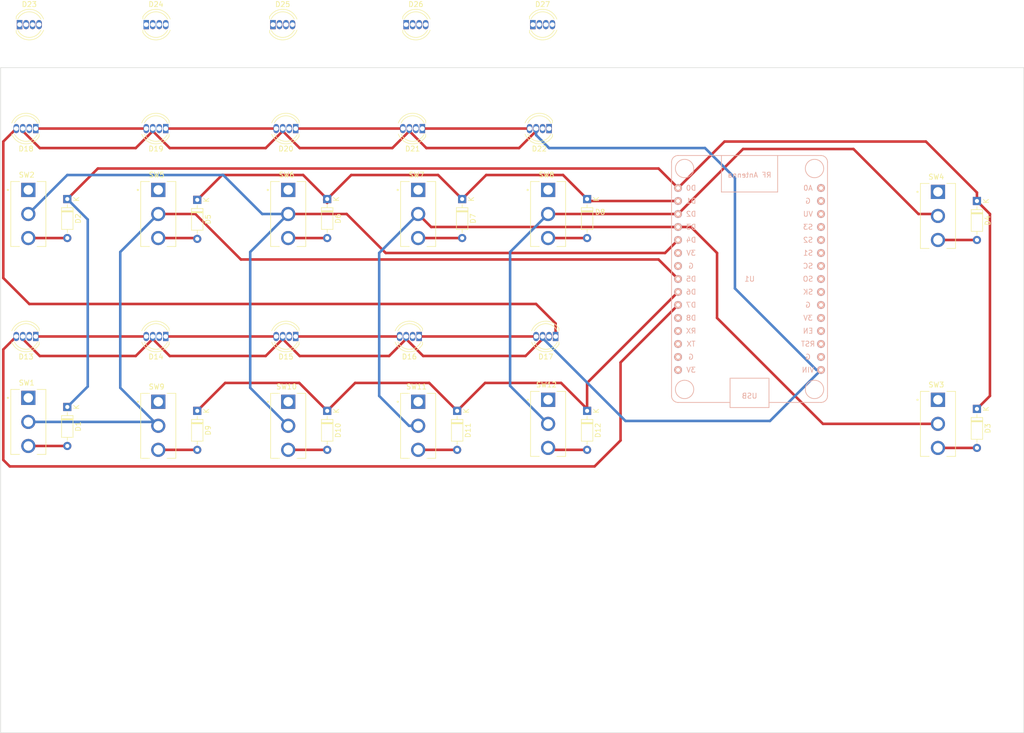
<source format=kicad_pcb>
(kicad_pcb (version 20221018) (generator pcbnew)
  (layers (0 "F.Cu" signal) (31 "B.Cu" signal) (34 "B.Paste" user) (35 "F.Paste" user) (36 "B.SilkS" user "B.Silkscreen") (37 "F.SilkS" user "F.Silkscreen") (38 "B.Mask" user) (39 "F.Mask" user) (44 "Edge.Cuts" user))
  (net 0 "")
  (net 1 "Row 0")
  (net 2 "Net-(D1-A)")
  (net 3 "Net-(D2-A)")
  (net 4 "Net-(D3-A)")
  (net 5 "Net-(D4-A)")
  (net 6 "Row 1")
  (net 7 "Net-(D5-A)")
  (net 8 "Net-(D6-A)")
  (net 9 "Net-(D7-A)")
  (net 10 "Net-(D8-A)")
  (net 11 "Row 2")
  (net 12 "Net-(D9-A)")
  (net 13 "Net-(D10-A)")
  (net 14 "Net-(D11-A)")
  (net 15 "Net-(D12-A)")
  (net 16 "Net-(D13-DO)")
  (net 17 "GND")
  (net 18 "VCC")
  (net 19 "Net-(D13-DI)")
  (net 20 "Net-(D14-DO)")
  (net 21 "Net-(D15-DO)")
  (net 22 "Net-(D16-DO)")
  (net 23 "Net-(D17-DO)")
  (net 24 "Net-(D18-DO)")
  (net 25 "Net-(D19-DO)")
  (net 26 "Net-(D20-DO)")
  (net 27 "Net-(D21-DO)")
  (net 28 "Net-(D22-DO)")
  (net 29 "Net-(D23-DO)")
  (net 30 "Net-(D24-DO)")
  (net 31 "Net-(D25-DO)")
  (net 32 "Net-(D26-DO)")
  (net 35 "Col 0")
  (net 37 "Col 1")
  (net 39 "Col 2")
  (net 41 "Col 3")
  (net 64 "Net-(U1-3.3V-Pad11)")
  (footprint "LED_THT:LED_D5.0mm-4_RGB" (layer "F.Cu") (at 46.14 82.55 180)
    (fp_text reference "D13" (at 1.905 -3.96) (layer "F.SilkS"))
    (fp_text value "APA-106-F5")
    (pad "1" thru_hole rect (at 0 0 180) (size 1.07 1.8) (drill 0.9) (layers "*.Cu" "*.Mask") (net 16 "Net-(D13-DO)"))
    (pad "2" thru_hole oval (at 1.27 0 180) (size 1.07 1.8) (drill 0.9) (layers "*.Cu" "*.Mask") (net 17 "GND"))
    (pad "3" thru_hole oval (at 2.54 0 180) (size 1.07 1.8) (drill 0.9) (layers "*.Cu" "*.Mask") (net 18 "VCC"))
    (pad "4" thru_hole oval (at 3.81 0 180) (size 1.07 1.8) (drill 0.9) (layers "*.Cu" "*.Mask") (net 19 "Net-(D13-DI)"))
  )
  (footprint "Diode_THT:D_DO-35_SOD27_P7.62mm_Horizontal" (layer "F.Cu") (at 52.3 96.33 -90)
    (fp_text reference "D1" (at 3.81 -2.12 90) (layer "F.SilkS"))
    (fp_text value "1N4148")
    (fp_text user "K" (at 0 -1.8 90) (layer "F.SilkS"))
    (pad "1" thru_hole rect (at 0 0 270) (size 1.6 1.6) (drill 0.8) (layers "*.Cu" "*.Mask") (net 1 "Row 0"))
    (pad "2" thru_hole oval (at 7.62 0 270) (size 1.6 1.6) (drill 0.8) (layers "*.Cu" "*.Mask") (net 2 "Net-(D1-A)"))
  )
  (footprint "Diode_THT:D_DO-35_SOD27_P7.62mm_Horizontal" (layer "F.Cu") (at 153.9 97.09 -90)
    (fp_text reference "D12" (at 3.81 -2.12 90) (layer "F.SilkS"))
    (fp_text value "1N4148")
    (fp_text user "K" (at 0 -1.8 90) (layer "F.SilkS"))
    (pad "1" thru_hole rect (at 0 0 270) (size 1.6 1.6) (drill 0.8) (layers "*.Cu" "*.Mask") (net 11 "Row 2"))
    (pad "2" thru_hole oval (at 7.62 0 270) (size 1.6 1.6) (drill 0.8) (layers "*.Cu" "*.Mask") (net 15 "Net-(D12-A)"))
  )
  (footprint "LED_THT:LED_D5.0mm-4_RGB" (layer "F.Cu") (at 67.73 21.59)
    (fp_text reference "D24" (at 1.905 -3.96) (layer "F.SilkS"))
    (fp_text value "APA-106-F5")
    (pad "1" thru_hole rect (at 0 0) (size 1.07 1.8) (drill 0.9) (layers "*.Cu" "*.Mask") (net 30 "Net-(D24-DO)"))
    (pad "2" thru_hole oval (at 1.27 0) (size 1.07 1.8) (drill 0.9) (layers "*.Cu" "*.Mask") (net 17 "GND"))
    (pad "3" thru_hole oval (at 2.54 0) (size 1.07 1.8) (drill 0.9) (layers "*.Cu" "*.Mask") (net 18 "VCC"))
    (pad "4" thru_hole oval (at 3.81 0) (size 1.07 1.8) (drill 0.9) (layers "*.Cu" "*.Mask") (net 29 "Net-(D23-DO)"))
  )
  (footprint "toggle:SW_100SP1T1B4M2QE" (layer "F.Cu") (at 146.28 99.63)
    (fp_text reference "SW12" (at -0.325 -7.635) (layer "F.SilkS"))
    (fp_text value "SW_SPDT")
    (pad "1" thru_hole rect (at 0 -4.7) (size 2.775 2.775) (drill 1.85) (layers "*.Cu" "*.Mask"))
    (pad "2" thru_hole circle (at 0 0) (size 2.775 2.775) (drill 1.85) (layers "*.Cu" "*.Mask") (net 41 "Col 3"))
    (pad "3" thru_hole circle (at 0 4.7) (size 2.775 2.775) (drill 1.85) (layers "*.Cu" "*.Mask") (net 15 "Net-(D12-A)"))
  )
  (footprint "toggle:SW_100SP1T1B4M2QE" (layer "F.Cu") (at 95.48 58.61)
    (fp_text reference "SW6" (at -0.325 -7.635) (layer "F.SilkS"))
    (fp_text value "SW_SPDT")
    (pad "1" thru_hole rect (at 0 -4.7) (size 2.775 2.775) (drill 1.85) (layers "*.Cu" "*.Mask"))
    (pad "2" thru_hole circle (at 0 0) (size 2.775 2.775) (drill 1.85) (layers "*.Cu" "*.Mask") (net 37 "Col 1"))
    (pad "3" thru_hole circle (at 0 4.7) (size 2.775 2.775) (drill 1.85) (layers "*.Cu" "*.Mask") (net 8 "Net-(D6-A)"))
  )
  (footprint "toggle:SW_100SP1T1B4M2QE" (layer "F.Cu") (at 44.68 58.61)
    (fp_text reference "SW2" (at -0.325 -7.635) (layer "F.SilkS"))
    (fp_text value "SW_SPDT")
    (pad "1" thru_hole rect (at 0 -4.7) (size 2.775 2.775) (drill 1.85) (layers "*.Cu" "*.Mask"))
    (pad "2" thru_hole circle (at 0 0) (size 2.775 2.775) (drill 1.85) (layers "*.Cu" "*.Mask") (net 37 "Col 1"))
    (pad "3" thru_hole circle (at 0 4.7) (size 2.775 2.775) (drill 1.85) (layers "*.Cu" "*.Mask") (net 3 "Net-(D2-A)"))
  )
  (footprint "Diode_THT:D_DO-35_SOD27_P7.62mm_Horizontal" (layer "F.Cu") (at 103.1 55.69 -90)
    (fp_text reference "D6" (at 3.81 -2.12 90) (layer "F.SilkS"))
    (fp_text value "1N4148")
    (fp_text user "K" (at 0 -1.8 90) (layer "F.SilkS"))
    (pad "1" thru_hole rect (at 0 0 270) (size 1.6 1.6) (drill 0.8) (layers "*.Cu" "*.Mask") (net 6 "Row 1"))
    (pad "2" thru_hole oval (at 7.62 0 270) (size 1.6 1.6) (drill 0.8) (layers "*.Cu" "*.Mask") (net 8 "Net-(D6-A)"))
  )
  (footprint "Diode_THT:D_DO-35_SOD27_P7.62mm_Horizontal" (layer "F.Cu") (at 230.1 96.71 -90)
    (fp_text reference "D3" (at 3.81 -2.12 90) (layer "F.SilkS"))
    (fp_text value "1N4148")
    (fp_text user "K" (at 0 -1.8 90) (layer "F.SilkS"))
    (pad "1" thru_hole rect (at 0 0 270) (size 1.6 1.6) (drill 0.8) (layers "*.Cu" "*.Mask") (net 1 "Row 0"))
    (pad "2" thru_hole oval (at 7.62 0 270) (size 1.6 1.6) (drill 0.8) (layers "*.Cu" "*.Mask") (net 4 "Net-(D3-A)"))
  )
  (footprint "Diode_THT:D_DO-35_SOD27_P7.62mm_Horizontal" (layer "F.Cu") (at 77.7 55.85 -90)
    (fp_text reference "D5" (at 3.81 -2.12 90) (layer "F.SilkS"))
    (fp_text value "1N4148")
    (fp_text user "K" (at 0 -1.8 90) (layer "F.SilkS"))
    (pad "1" thru_hole rect (at 0 0 270) (size 1.6 1.6) (drill 0.8) (layers "*.Cu" "*.Mask") (net 6 "Row 1"))
    (pad "2" thru_hole oval (at 7.62 0 270) (size 1.6 1.6) (drill 0.8) (layers "*.Cu" "*.Mask") (net 7 "Net-(D5-A)"))
  )
  (footprint "toggle:SW_100SP1T1B4M2QE" (layer "F.Cu") (at 95.48 100.01)
    (fp_text reference "SW10" (at -0.325 -7.635) (layer "F.SilkS"))
    (fp_text value "SW_SPDT")
    (pad "1" thru_hole rect (at 0 -4.7) (size 2.775 2.775) (drill 1.85) (layers "*.Cu" "*.Mask"))
    (pad "2" thru_hole circle (at 0 0) (size 2.775 2.775) (drill 1.85) (layers "*.Cu" "*.Mask") (net 37 "Col 1"))
    (pad "3" thru_hole circle (at 0 4.7) (size 2.775 2.775) (drill 1.85) (layers "*.Cu" "*.Mask") (net 13 "Net-(D10-A)"))
  )
  (footprint "toggle:SW_100SP1T1B4M2QE" (layer "F.Cu") (at 120.88 100.01)
    (fp_text reference "SW11" (at -0.325 -7.635) (layer "F.SilkS"))
    (fp_text value "SW_SPDT")
    (pad "1" thru_hole rect (at 0 -4.7) (size 2.775 2.775) (drill 1.85) (layers "*.Cu" "*.Mask"))
    (pad "2" thru_hole circle (at 0 0) (size 2.775 2.775) (drill 1.85) (layers "*.Cu" "*.Mask") (net 39 "Col 2"))
    (pad "3" thru_hole circle (at 0 4.7) (size 2.775 2.775) (drill 1.85) (layers "*.Cu" "*.Mask") (net 14 "Net-(D11-A)"))
  )
  (footprint "toggle:SW_100SP1T1B4M2QE" (layer "F.Cu") (at 120.88 58.61)
    (fp_text reference "SW7" (at -0.325 -7.635) (layer "F.SilkS"))
    (fp_text value "SW_SPDT")
    (pad "1" thru_hole rect (at 0 -4.7) (size 2.775 2.775) (drill 1.85) (layers "*.Cu" "*.Mask"))
    (pad "2" thru_hole circle (at 0 0) (size 2.775 2.775) (drill 1.85) (layers "*.Cu" "*.Mask") (net 39 "Col 2"))
    (pad "3" thru_hole circle (at 0 4.7) (size 2.775 2.775) (drill 1.85) (layers "*.Cu" "*.Mask") (net 9 "Net-(D7-A)"))
  )
  (footprint "toggle:SW_100SP1T1B4M2QE" (layer "F.Cu") (at 222.48 58.99)
    (fp_text reference "SW4" (at -0.325 -7.635) (layer "F.SilkS"))
    (fp_text value "SW_SPDT")
    (pad "1" thru_hole rect (at 0 -4.7) (size 2.775 2.775) (drill 1.85) (layers "*.Cu" "*.Mask"))
    (pad "2" thru_hole circle (at 0 0) (size 2.775 2.775) (drill 1.85) (layers "*.Cu" "*.Mask") (net 41 "Col 3"))
    (pad "3" thru_hole circle (at 0 4.7) (size 2.775 2.775) (drill 1.85) (layers "*.Cu" "*.Mask") (net 5 "Net-(D4-A)"))
  )
  (footprint "LED_THT:LED_D5.0mm-4_RGB" (layer "F.Cu") (at 92.5 21.59)
    (fp_text reference "D25" (at 1.905 -3.96) (layer "F.SilkS"))
    (fp_text value "APA-106-F5")
    (pad "1" thru_hole rect (at 0 0) (size 1.07 1.8) (drill 0.9) (layers "*.Cu" "*.Mask") (net 31 "Net-(D25-DO)"))
    (pad "2" thru_hole oval (at 1.27 0) (size 1.07 1.8) (drill 0.9) (layers "*.Cu" "*.Mask") (net 17 "GND"))
    (pad "3" thru_hole oval (at 2.54 0) (size 1.07 1.8) (drill 0.9) (layers "*.Cu" "*.Mask") (net 18 "VCC"))
    (pad "4" thru_hole oval (at 3.81 0) (size 1.07 1.8) (drill 0.9) (layers "*.Cu" "*.Mask") (net 30 "Net-(D24-DO)"))
  )
  (footprint "Diode_THT:D_DO-35_SOD27_P7.62mm_Horizontal" (layer "F.Cu") (at 128.5 97.09 -90)
    (fp_text reference "D11" (at 3.81 -2.12 90) (layer "F.SilkS"))
    (fp_text value "1N4148")
    (fp_text user "K" (at 0 -1.8 90) (layer "F.SilkS"))
    (pad "1" thru_hole rect (at 0 0 270) (size 1.6 1.6) (drill 0.8) (layers "*.Cu" "*.Mask") (net 11 "Row 2"))
    (pad "2" thru_hole oval (at 7.62 0 270) (size 1.6 1.6) (drill 0.8) (layers "*.Cu" "*.Mask") (net 14 "Net-(D11-A)"))
  )
  (footprint "Diode_THT:D_DO-35_SOD27_P7.62mm_Horizontal" (layer "F.Cu") (at 52.3 55.69 -90)
    (fp_text reference "D2" (at 3.81 -2.12 90) (layer "F.SilkS"))
    (fp_text value "1N4148")
    (fp_text user "K" (at 0 -1.8 90) (layer "F.SilkS"))
    (pad "1" thru_hole rect (at 0 0 270) (size 1.6 1.6) (drill 0.8) (layers "*.Cu" "*.Mask") (net 1 "Row 0"))
    (pad "2" thru_hole oval (at 7.62 0 270) (size 1.6 1.6) (drill 0.8) (layers "*.Cu" "*.Mask") (net 3 "Net-(D2-A)"))
  )
  (footprint "toggle:SW_100SP1T1B4M2QE" (layer "F.Cu") (at 222.48 99.63)
    (fp_text reference "SW3" (at -0.325 -7.635) (layer "F.SilkS"))
    (fp_text value "SW_SPDT")
    (pad "1" thru_hole rect (at 0 -4.7) (size 2.775 2.775) (drill 1.85) (layers "*.Cu" "*.Mask"))
    (pad "2" thru_hole circle (at 0 0) (size 2.775 2.775) (drill 1.85) (layers "*.Cu" "*.Mask") (net 39 "Col 2"))
    (pad "3" thru_hole circle (at 0 4.7) (size 2.775 2.775) (drill 1.85) (layers "*.Cu" "*.Mask") (net 4 "Net-(D3-A)"))
  )
  (footprint "LED_THT:LED_D5.0mm-4_RGB" (layer "F.Cu") (at 96.94 82.55 180)
    (fp_text reference "D15" (at 1.905 -3.96) (layer "F.SilkS"))
    (fp_text value "APA-106-F5")
    (pad "1" thru_hole rect (at 0 0 180) (size 1.07 1.8) (drill 0.9) (layers "*.Cu" "*.Mask") (net 21 "Net-(D15-DO)"))
    (pad "2" thru_hole oval (at 1.27 0 180) (size 1.07 1.8) (drill 0.9) (layers "*.Cu" "*.Mask") (net 17 "GND"))
    (pad "3" thru_hole oval (at 2.54 0 180) (size 1.07 1.8) (drill 0.9) (layers "*.Cu" "*.Mask") (net 18 "VCC"))
    (pad "4" thru_hole oval (at 3.81 0 180) (size 1.07 1.8) (drill 0.9) (layers "*.Cu" "*.Mask") (net 20 "Net-(D14-DO)"))
  )
  (footprint "Diode_THT:D_DO-35_SOD27_P7.62mm_Horizontal" (layer "F.Cu") (at 153.9 55.69 -90)
    (fp_text reference "D8" (at 2.54 -2.54) (layer "F.SilkS"))
    (fp_text value "1N4148")
    (fp_text user "K" (at 0 -1.8 90) (layer "F.SilkS"))
    (pad "1" thru_hole rect (at 0 0 270) (size 1.6 1.6) (drill 0.8) (layers "*.Cu" "*.Mask") (net 6 "Row 1"))
    (pad "2" thru_hole oval (at 7.62 0 270) (size 1.6 1.6) (drill 0.8) (layers "*.Cu" "*.Mask") (net 10 "Net-(D8-A)"))
  )
  (footprint "LED_THT:LED_D5.0mm-4_RGB" (layer "F.Cu") (at 71.54 41.91 180)
    (fp_text reference "D19" (at 1.905 -3.96) (layer "F.SilkS"))
    (fp_text value "APA-106-F5")
    (pad "1" thru_hole rect (at 0 0 180) (size 1.07 1.8) (drill 0.9) (layers "*.Cu" "*.Mask") (net 25 "Net-(D19-DO)"))
    (pad "2" thru_hole oval (at 1.27 0 180) (size 1.07 1.8) (drill 0.9) (layers "*.Cu" "*.Mask") (net 17 "GND"))
    (pad "3" thru_hole oval (at 2.54 0 180) (size 1.07 1.8) (drill 0.9) (layers "*.Cu" "*.Mask") (net 18 "VCC"))
    (pad "4" thru_hole oval (at 3.81 0 180) (size 1.07 1.8) (drill 0.9) (layers "*.Cu" "*.Mask") (net 24 "Net-(D18-DO)"))
  )
  (footprint "LED_THT:LED_D5.0mm-4_RGB" (layer "F.Cu") (at 146.47 41.91 180)
    (fp_text reference "D22" (at 1.905 -3.96) (layer "F.SilkS"))
    (fp_text value "APA-106-F5")
    (pad "1" thru_hole rect (at 0 0 180) (size 1.07 1.8) (drill 0.9) (layers "*.Cu" "*.Mask") (net 28 "Net-(D22-DO)"))
    (pad "2" thru_hole oval (at 1.27 0 180) (size 1.07 1.8) (drill 0.9) (layers "*.Cu" "*.Mask") (net 17 "GND"))
    (pad "3" thru_hole oval (at 2.54 0 180) (size 1.07 1.8) (drill 0.9) (layers "*.Cu" "*.Mask") (net 18 "VCC"))
    (pad "4" thru_hole oval (at 3.81 0 180) (size 1.07 1.8) (drill 0.9) (layers "*.Cu" "*.Mask") (net 27 "Net-(D21-DO)"))
  )
  (footprint "LED_THT:LED_D5.0mm-4_RGB" (layer "F.Cu") (at 71.54 82.55 180)
    (fp_text reference "D14" (at 1.905 -3.96) (layer "F.SilkS"))
    (fp_text value "APA-106-F5")
    (pad "1" thru_hole rect (at 0 0 180) (size 1.07 1.8) (drill 0.9) (layers "*.Cu" "*.Mask") (net 20 "Net-(D14-DO)"))
    (pad "2" thru_hole oval (at 1.27 0 180) (size 1.07 1.8) (drill 0.9) (layers "*.Cu" "*.Mask") (net 17 "GND"))
    (pad "3" thru_hole oval (at 2.54 0 180) (size 1.07 1.8) (drill 0.9) (layers "*.Cu" "*.Mask") (net 18 "VCC"))
    (pad "4" thru_hole oval (at 3.81 0 180) (size 1.07 1.8) (drill 0.9) (layers "*.Cu" "*.Mask") (net 16 "Net-(D13-DO)"))
  )
  (footprint "Diode_THT:D_DO-35_SOD27_P7.62mm_Horizontal" (layer "F.Cu") (at 129.48 55.69 -90)
    (fp_text reference "D7" (at 3.81 -2.12 90) (layer "F.SilkS"))
    (fp_text value "1N4148")
    (fp_text user "K" (at 0 -1.8 90) (layer "F.SilkS"))
    (pad "1" thru_hole rect (at 0 0 270) (size 1.6 1.6) (drill 0.8) (layers "*.Cu" "*.Mask") (net 6 "Row 1"))
    (pad "2" thru_hole oval (at 7.62 0 270) (size 1.6 1.6) (drill 0.8) (layers "*.Cu" "*.Mask") (net 9 "Net-(D7-A)"))
  )
  (footprint "toggle:SW_100SP1T1B4M2QE" (layer "F.Cu") (at 146.28 58.61)
    (fp_text reference "SW8" (at -0.325 -7.635) (layer "F.SilkS"))
    (fp_text value "SW_SPDT")
    (pad "1" thru_hole rect (at 0 -4.7) (size 2.775 2.775) (drill 1.85) (layers "*.Cu" "*.Mask"))
    (pad "2" thru_hole circle (at 0 0) (size 2.775 2.775) (drill 1.85) (layers "*.Cu" "*.Mask") (net 41 "Col 3"))
    (pad "3" thru_hole circle (at 0 4.7) (size 2.775 2.775) (drill 1.85) (layers "*.Cu" "*.Mask") (net 10 "Net-(D8-A)"))
  )
  (footprint "toggle:SW_100SP1T1B4M2QE" (layer "F.Cu") (at 70.08 58.61)
    (fp_text reference "SW5" (at -0.325 -7.635) (layer "F.SilkS"))
    (fp_text value "SW_SPDT")
    (pad "1" thru_hole rect (at 0 -4.7) (size 2.775 2.775) (drill 1.85) (layers "*.Cu" "*.Mask"))
    (pad "2" thru_hole circle (at 0 0) (size 2.775 2.775) (drill 1.85) (layers "*.Cu" "*.Mask") (net 35 "Col 0"))
    (pad "3" thru_hole circle (at 0 4.7) (size 2.775 2.775) (drill 1.85) (layers "*.Cu" "*.Mask") (net 7 "Net-(D5-A)"))
  )
  (footprint "LED_THT:LED_D5.0mm-4_RGB" (layer "F.Cu") (at 46.14 41.91 180)
    (fp_text reference "D18" (at 1.905 -3.96) (layer "F.SilkS"))
    (fp_text value "APA-106-F5")
    (pad "1" thru_hole rect (at 0 0 180) (size 1.07 1.8) (drill 0.9) (layers "*.Cu" "*.Mask") (net 24 "Net-(D18-DO)"))
    (pad "2" thru_hole oval (at 1.27 0 180) (size 1.07 1.8) (drill 0.9) (layers "*.Cu" "*.Mask") (net 17 "GND"))
    (pad "3" thru_hole oval (at 2.54 0 180) (size 1.07 1.8) (drill 0.9) (layers "*.Cu" "*.Mask") (net 18 "VCC"))
    (pad "4" thru_hole oval (at 3.81 0 180) (size 1.07 1.8) (drill 0.9) (layers "*.Cu" "*.Mask") (net 23 "Net-(D17-DO)"))
  )
  (footprint "LED_THT:LED_D5.0mm-4_RGB" (layer "F.Cu") (at 143.3 21.59)
    (fp_text reference "D27" (at 1.905 -3.96) (layer "F.SilkS"))
    (fp_text value "APA-106-F5")
    (pad "1" thru_hole rect (at 0 0) (size 1.07 1.8) (drill 0.9) (layers "*.Cu" "*.Mask"))
    (pad "2" thru_hole oval (at 1.27 0) (size 1.07 1.8) (drill 0.9) (layers "*.Cu" "*.Mask") (net 17 "GND"))
    (pad "3" thru_hole oval (at 2.54 0) (size 1.07 1.8) (drill 0.9) (layers "*.Cu" "*.Mask") (net 18 "VCC"))
    (pad "4" thru_hole oval (at 3.81 0) (size 1.07 1.8) (drill 0.9) (layers "*.Cu" "*.Mask") (net 32 "Net-(D26-DO)"))
  )
  (footprint "Diode_THT:D_DO-35_SOD27_P7.62mm_Horizontal" (layer "F.Cu") (at 230.1 56.07 -90)
    (fp_text reference "D4" (at 3.81 -2.12 90) (layer "F.SilkS"))
    (fp_text value "1N4148")
    (fp_text user "K" (at 0 -1.8 90) (layer "F.SilkS"))
    (pad "1" thru_hole rect (at 0 0 270) (size 1.6 1.6) (drill 0.8) (layers "*.Cu" "*.Mask") (net 1 "Row 0"))
    (pad "2" thru_hole oval (at 7.62 0 270) (size 1.6 1.6) (drill 0.8) (layers "*.Cu" "*.Mask") (net 5 "Net-(D4-A)"))
  )
  (footprint "LED_THT:LED_D5.0mm-4_RGB" (layer "F.Cu") (at 121.07 82.55 180)
    (fp_text reference "D16" (at 1.905 -3.96) (layer "F.SilkS"))
    (fp_text value "APA-106-F5")
    (pad "1" thru_hole rect (at 0 0 180) (size 1.07 1.8) (drill 0.9) (layers "*.Cu" "*.Mask") (net 22 "Net-(D16-DO)"))
    (pad "2" thru_hole oval (at 1.27 0 180) (size 1.07 1.8) (drill 0.9) (layers "*.Cu" "*.Mask") (net 17 "GND"))
    (pad "3" thru_hole oval (at 2.54 0 180) (size 1.07 1.8) (drill 0.9) (layers "*.Cu" "*.Mask") (net 18 "VCC"))
    (pad "4" thru_hole oval (at 3.81 0 180) (size 1.07 1.8) (drill 0.9) (layers "*.Cu" "*.Mask") (net 21 "Net-(D15-DO)"))
  )
  (footprint "Diode_THT:D_DO-35_SOD27_P7.62mm_Horizontal" (layer "F.Cu") (at 77.7 97.09 -90)
    (fp_text reference "D9" (at 3.81 -2.12 90) (layer "F.SilkS"))
    (fp_text value "1N4148")
    (fp_text user "K" (at 0 -1.8 90) (layer "F.SilkS"))
    (pad "1" thru_hole rect (at 0 0 270) (size 1.6 1.6) (drill 0.8) (layers "*.Cu" "*.Mask") (net 11 "Row 2"))
    (pad "2" thru_hole oval (at 7.62 0 270) (size 1.6 1.6) (drill 0.8) (layers "*.Cu" "*.Mask") (net 12 "Net-(D9-A)"))
  )
  (footprint "toggle:SW_100SP1T1B4M2QE" (layer "F.Cu") (at 70.08 100.01)
    (fp_text reference "SW9" (at -0.325 -7.635) (layer "F.SilkS"))
    (fp_text value "SW_SPDT")
    (pad "1" thru_hole rect (at 0 -4.7) (size 2.775 2.775) (drill 1.85) (layers "*.Cu" "*.Mask"))
    (pad "2" thru_hole circle (at 0 0) (size 2.775 2.775) (drill 1.85) (layers "*.Cu" "*.Mask") (net 35 "Col 0"))
    (pad "3" thru_hole circle (at 0 4.7) (size 2.775 2.775) (drill 1.85) (layers "*.Cu" "*.Mask") (net 12 "Net-(D9-A)"))
  )
  (footprint "toggle:SW_100SP1T1B4M2QE" (layer "F.Cu") (at 44.68 99.25)
    (fp_text reference "SW1" (at -0.325 -7.635) (layer "F.SilkS"))
    (fp_text value "SW_SPDT")
    (pad "1" thru_hole rect (at 0 -4.7) (size 2.775 2.775) (drill 1.85) (layers "*.Cu" "*.Mask"))
    (pad "2" thru_hole circle (at 0 0) (size 2.775 2.775) (drill 1.85) (layers "*.Cu" "*.Mask") (net 35 "Col 0"))
    (pad "3" thru_hole circle (at 0 4.7) (size 2.775 2.775) (drill 1.85) (layers "*.Cu" "*.Mask") (net 2 "Net-(D1-A)"))
  )
  (footprint "LED_THT:LED_D5.0mm-4_RGB" (layer "F.Cu") (at 96.94 41.91 180)
    (fp_text reference "D20" (at 1.905 -3.96) (layer "F.SilkS"))
    (fp_text value "APA-106-F5")
    (pad "1" thru_hole rect (at 0 0 180) (size 1.07 1.8) (drill 0.9) (layers "*.Cu" "*.Mask") (net 26 "Net-(D20-DO)"))
    (pad "2" thru_hole oval (at 1.27 0 180) (size 1.07 1.8) (drill 0.9) (layers "*.Cu" "*.Mask") (net 17 "GND"))
    (pad "3" thru_hole oval (at 2.54 0 180) (size 1.07 1.8) (drill 0.9) (layers "*.Cu" "*.Mask") (net 18 "VCC"))
    (pad "4" thru_hole oval (at 3.81 0 180) (size 1.07 1.8) (drill 0.9) (layers "*.Cu" "*.Mask") (net 25 "Net-(D19-DO)"))
  )
  (footprint "LED_THT:LED_D5.0mm-4_RGB" (layer "F.Cu") (at 147.74 82.55 180)
    (fp_text reference "D17" (at 1.905 -3.96) (layer "F.SilkS"))
    (fp_text value "APA-106-F5")
    (pad "1" thru_hole rect (at 0 0 180) (size 1.07 1.8) (drill 0.9) (layers "*.Cu" "*.Mask") (net 23 "Net-(D17-DO)"))
    (pad "2" thru_hole oval (at 1.27 0 180) (size 1.07 1.8) (drill 0.9) (layers "*.Cu" "*.Mask") (net 17 "GND"))
    (pad "3" thru_hole oval (at 2.54 0 180) (size 1.07 1.8) (drill 0.9) (layers "*.Cu" "*.Mask") (net 18 "VCC"))
    (pad "4" thru_hole oval (at 3.81 0 180) (size 1.07 1.8) (drill 0.9) (layers "*.Cu" "*.Mask") (net 22 "Net-(D16-DO)"))
  )
  (footprint "Diode_THT:D_DO-35_SOD27_P7.62mm_Horizontal" (layer "F.Cu") (at 103.1 97.09 -90)
    (fp_text reference "D10" (at 3.81 -2.12 90) (layer "F.SilkS"))
    (fp_text value "1N4148")
    (fp_text user "K" (at 0 -1.8 90) (layer "F.SilkS"))
    (pad "1" thru_hole rect (at 0 0 270) (size 1.6 1.6) (drill 0.8) (layers "*.Cu" "*.Mask") (net 11 "Row 2"))
    (pad "2" thru_hole oval (at 7.62 0 270) (size 1.6 1.6) (drill 0.8) (layers "*.Cu" "*.Mask") (net 13 "Net-(D10-A)"))
  )
  (footprint "LED_THT:LED_D5.0mm-4_RGB" (layer "F.Cu") (at 121.7 41.91 180)
    (fp_text reference "D21" (at 1.905 -3.96) (layer "F.SilkS"))
    (fp_text value "APA-106-F5")
    (pad "1" thru_hole rect (at 0 0 180) (size 1.07 1.8) (drill 0.9) (layers "*.Cu" "*.Mask") (net 27 "Net-(D21-DO)"))
    (pad "2" thru_hole oval (at 1.27 0 180) (size 1.07 1.8) (drill 0.9) (layers "*.Cu" "*.Mask") (net 17 "GND"))
    (pad "3" thru_hole oval (at 2.54 0 180) (size 1.07 1.8) (drill 0.9) (layers "*.Cu" "*.Mask") (net 18 "VCC"))
    (pad "4" thru_hole oval (at 3.81 0 180) (size 1.07 1.8) (drill 0.9) (layers "*.Cu" "*.Mask") (net 26 "Net-(D20-DO)"))
  )
  (footprint "LED_THT:LED_D5.0mm-4_RGB" (layer "F.Cu") (at 118.53 21.59)
    (fp_text reference "D26" (at 1.905 -3.96) (layer "F.SilkS"))
    (fp_text value "APA-106-F5")
    (pad "1" thru_hole rect (at 0 0) (size 1.07 1.8) (drill 0.9) (layers "*.Cu" "*.Mask") (net 32 "Net-(D26-DO)"))
    (pad "2" thru_hole oval (at 1.27 0) (size 1.07 1.8) (drill 0.9) (layers "*.Cu" "*.Mask") (net 17 "GND"))
    (pad "3" thru_hole oval (at 2.54 0) (size 1.07 1.8) (drill 0.9) (layers "*.Cu" "*.Mask") (net 18 "VCC"))
    (pad "4" thru_hole oval (at 3.81 0) (size 1.07 1.8) (drill 0.9) (layers "*.Cu" "*.Mask") (net 31 "Net-(D25-DO)"))
  )
  (footprint "LED_THT:LED_D5.0mm-4_RGB" (layer "F.Cu") (at 42.97 21.59)
    (fp_text reference "D23" (at 1.905 -3.96) (layer "F.SilkS"))
    (fp_text value "APA-106-F5")
    (pad "1" thru_hole rect (at 0 0) (size 1.07 1.8) (drill 0.9) (layers "*.Cu" "*.Mask") (net 29 "Net-(D23-DO)"))
    (pad "2" thru_hole oval (at 1.27 0) (size 1.07 1.8) (drill 0.9) (layers "*.Cu" "*.Mask") (net 17 "GND"))
    (pad "3" thru_hole oval (at 2.54 0) (size 1.07 1.8) (drill 0.9) (layers "*.Cu" "*.Mask") (net 18 "VCC"))
    (pad "4" thru_hole oval (at 3.81 0) (size 1.07 1.8) (drill 0.9) (layers "*.Cu" "*.Mask") (net 28 "Net-(D22-DO)"))
  )
  (footprint "esp8266:NodeMCU1.0(12-E)" (layer "B.Cu") (at 185.65 71.31 180)
    (fp_text reference "U1" (at 0 0) (layer "B.SilkS") (effects (justify mirror)))
    (fp_text value "NodeMCU1.0(ESP-12E)")
    (fp_text user "RF Antenna" (at 0 20.32) (layer "B.SilkS") (effects (justify mirror)))
    (fp_text user "G" (at -11.43 -15.24) (layer "B.SilkS") (effects (justify mirror)))
    (fp_text user "EN" (at -11.43 -10.16) (layer "B.SilkS") (effects (justify mirror)))
    (fp_text user "3V" (at 11.43 5.08) (layer "B.SilkS") (effects (justify mirror)))
    (fp_text user "D8" (at 11.43 -7.62) (layer "B.SilkS") (effects (justify mirror)))
    (fp_text user "D2" (at 11.43 12.7) (layer "B.SilkS") (effects (justify mirror)))
    (fp_text user "D6" (at 11.43 -2.54) (layer "B.SilkS") (effects (justify mirror)))
    (fp_text user "RST" (at -11.43 -12.7) (layer "B.SilkS") (effects (justify mirror)))
    (fp_text user "USB" (at 0 -22.86) (layer "B.SilkS") (effects (justify mirror)))
    (fp_text user "D7" (at 11.43 -5.08) (layer "B.SilkS") (effects (justify mirror)))
    (fp_text user "SC" (at -11.43 2.54) (layer "B.SilkS") (effects (justify mirror)))
    (fp_text user "A0" (at -11.43 17.78) (layer "B.SilkS") (effects (justify mirror)))
    (fp_text user "D4" (at 11.43 7.62) (layer "B.SilkS") (effects (justify mirror)))
    (fp_text user "D0" (at 11.43 17.78) (layer "B.SilkS") (effects (justify mirror)))
    (fp_text user "3V" (at -11.43 -7.62) (layer "B.SilkS") (effects (justify mirror)))
    (fp_text user "D1" (at 11.43 15.24) (layer "B.SilkS") (effects (justify mirror)))
    (fp_text user "G" (at 11.43 2.54) (layer "B.SilkS") (effects (justify mirror)))
    (fp_text user "RX" (at 11.43 -10.16) (layer "B.SilkS") (effects (justify mirror)))
    (fp_text user "VU" (at -11.43 12.7) (layer "B.SilkS") (effects (justify mirror)))
    (fp_text user "D3" (at 11.43 10.16) (layer "B.SilkS") (effects (justify mirror)))
    (fp_text user "TX" (at 11.43 -12.7) (layer "B.SilkS") (effects (justify mirror)))
    (fp_text user "VIN" (at -11.43 -17.78) (layer "B.SilkS") (effects (justify mirror)))
    (fp_text user "S3" (at -11.43 10.16) (layer "B.SilkS") (effects (justify mirror)))
    (fp_text user "G" (at -11.43 -5.08) (layer "B.SilkS") (effects (justify mirror)))
    (fp_text user "D5" (at 11.43 0) (layer "B.SilkS") (effects (justify mirror)))
    (fp_text user "G" (at 11.43 -15.24) (layer "B.SilkS") (effects (justify mirror)))
    (fp_text user "SO" (at -11.43 0) (layer "B.SilkS") (effects (justify mirror)))
    (fp_text user "G" (at -11.43 15.24) (layer "B.SilkS") (effects (justify mirror)))
    (fp_text user "SK" (at -11.43 -2.54) (layer "B.SilkS") (effects (justify mirror)))
    (fp_text user "3V" (at 11.43 -17.78) (layer "B.SilkS") (effects (justify mirror)))
    (fp_text user "S2" (at -11.43 7.62) (layer "B.SilkS") (effects (justify mirror)))
    (fp_text user "S1" (at -11.43 5.08) (layer "B.SilkS") (effects (justify mirror)))
    (pad "1" thru_hole circle (at -13.97 17.78 180) (size 1.524 1.524) (drill 0.762) (layers "*.Cu" "*.Mask" "B.SilkS"))
    (pad "2" thru_hole circle (at -13.97 15.24 180) (size 1.524 1.524) (drill 0.762) (layers "*.Cu" "*.Mask" "B.SilkS"))
    (pad "3" thru_hole circle (at -13.97 12.7 180) (size 1.524 1.524) (drill 0.762) (layers "*.Cu" "*.Mask" "B.SilkS"))
    (pad "4" thru_hole circle (at -13.97 10.16 180) (size 1.524 1.524) (drill 0.762) (layers "*.Cu" "*.Mask" "B.SilkS"))
    (pad "5" thru_hole circle (at -13.97 7.62 180) (size 1.524 1.524) (drill 0.762) (layers "*.Cu" "*.Mask" "B.SilkS"))
    (pad "6" thru_hole circle (at -13.97 5.08 180) (size 1.524 1.524) (drill 0.762) (layers "*.Cu" "*.Mask" "B.SilkS"))
    (pad "7" thru_hole circle (at -13.97 2.54 180) (size 1.524 1.524) (drill 0.762) (layers "*.Cu" "*.Mask" "B.SilkS"))
    (pad "8" thru_hole circle (at -13.97 0 180) (size 1.524 1.524) (drill 0.762) (layers "*.Cu" "*.Mask" "B.SilkS"))
    (pad "9" thru_hole circle (at -13.97 -2.54 180) (size 1.524 1.524) (drill 0.762) (layers "*.Cu" "*.Mask" "B.SilkS"))
    (pad "10" thru_hole circle (at -13.97 -5.08 180) (size 1.524 1.524) (drill 0.762) (layers "*.Cu" "*.Mask" "B.SilkS") (net 17 "GND"))
    (pad "11" thru_hole circle (at -13.97 -7.62 180) (size 1.524 1.524) (drill 0.762) (layers "*.Cu" "*.Mask" "B.SilkS") (net 64 "Net-(U1-3.3V-Pad11)"))
    (pad "12" thru_hole circle (at -13.97 -10.16 180) (size 1.524 1.524) (drill 0.762) (layers "*.Cu" "*.Mask" "B.SilkS"))
    (pad "13" thru_hole circle (at -13.97 -12.7 180) (size 1.524 1.524) (drill 0.762) (layers "*.Cu" "*.Mask" "B.SilkS"))
    (pad "14" thru_hole circle (at -13.97 -15.24 180) (size 1.524 1.524) (drill 0.762) (layers "*.Cu" "*.Mask" "B.SilkS") (net 17 "GND"))
    (pad "15" thru_hole circle (at -13.97 -17.78 180) (size 1.524 1.524) (drill 0.762) (layers "*.Cu" "*.Mask" "B.SilkS") (net 18 "VCC"))
    (pad "16" thru_hole circle (at 13.97 -17.78 180) (size 1.524 1.524) (drill 0.762) (layers "*.Cu" "*.Mask" "B.SilkS") (net 64 "Net-(U1-3.3V-Pad11)"))
    (pad "17" thru_hole circle (at 13.97 -15.24 180) (size 1.524 1.524) (drill 0.762) (layers "*.Cu" "*.Mask" "B.SilkS") (net 17 "GND"))
    (pad "18" thru_hole circle (at 13.97 -12.7 180) (size 1.524 1.524) (drill 0.762) (layers "*.Cu" "*.Mask" "B.SilkS"))
    (pad "19" thru_hole circle (at 13.97 -10.16 180) (size 1.524 1.524) (drill 0.762) (layers "*.Cu" "*.Mask" "B.SilkS"))
    (pad "20" thru_hole circle (at 13.97 -7.62 180) (size 1.524 1.524) (drill 0.762) (layers "*.Cu" "*.Mask" "B.SilkS"))
    (pad "21" thru_hole circle (at 13.97 -5.08 180) (size 1.524 1.524) (drill 0.762) (layers "*.Cu" "*.Mask" "B.SilkS") (net 19 "Net-(D13-DI)"))
    (pad "22" thru_hole circle (at 13.97 -2.54 180) (size 1.524 1.524) (drill 0.762) (layers "*.Cu" "*.Mask" "B.SilkS") (net 11 "Row 2"))
    (pad "23" thru_hole circle (at 13.97 0 180) (size 1.524 1.524) (drill 0.762) (layers "*.Cu" "*.Mask" "B.SilkS") (net 35 "Col 0"))
    (pad "24" thru_hole circle (at 13.97 2.54 180) (size 1.524 1.524) (drill 0.762) (layers "*.Cu" "*.Mask" "B.SilkS") (net 17 "GND"))
    (pad "25" thru_hole circle (at 13.97 5.08 180) (size 1.524 1.524) (drill 0.762) (layers "*.Cu" "*.Mask" "B.SilkS") (net 64 "Net-(U1-3.3V-Pad11)"))
    (pad "26" thru_hole circle (at 13.97 7.62 180) (size 1.524 1.524) (drill 0.762) (layers "*.Cu" "*.Mask" "B.SilkS") (net 37 "Col 1"))
    (pad "27" thru_hole circle (at 13.97 10.16 180) (size 1.524 1.524) (drill 0.762) (layers "*.Cu" "*.Mask" "B.SilkS") (net 39 "Col 2"))
    (pad "28" thru_hole circle (at 13.97 12.7 180) (size 1.524 1.524) (drill 0.762) (layers "*.Cu" "*.Mask" "B.SilkS") (net 41 "Col 3"))
    (pad "29" thru_hole circle (at 13.97 15.24 180) (size 1.524 1.524) (drill 0.762) (layers "*.Cu" "*.Mask" "B.SilkS") (net 6 "Row 1"))
    (pad "30" thru_hole circle (at 13.97 17.78 180) (size 1.524 1.524) (drill 0.762) (layers "*.Cu" "*.Mask" "B.SilkS") (net 1 "Row 0"))
  )
  (gr_rect (start 39.27 30) (end 239.27 160) (stroke (width 0.1)) (fill none) (layer "Edge.Cuts"))
  (segment (start 220.13 44.45) (end 180.76 44.45) (width 0.5) (layer "F.Cu") (net 1))
  (segment (start 180.76 44.45) (end 171.68 53.53) (width 0.5) (layer "F.Cu") (net 1))
  (segment (start 230.1 56.07) (end 232.64 58.61) (width 0.5) (layer "F.Cu") (net 1))
  (segment (start 52.3 55.69) (end 58.27 49.72) (width 0.5) (layer "F.Cu") (net 1))
  (segment (start 58.27 49.72) (end 167.87 49.72) (width 0.5) (layer "F.Cu") (net 1))
  (segment (start 232.64 58.61) (end 232.64 94.17) (width 0.5) (layer "F.Cu") (net 1))
  (segment (start 230.1 54.42) (end 220.13 44.45) (width 0.5) (layer "F.Cu") (net 1))
  (segment (start 232.64 94.17) (end 230.1 96.71) (width 0.5) (layer "F.Cu") (net 1))
  (segment (start 167.87 49.72) (end 171.68 53.53) (width 0.5) (layer "F.Cu") (net 1))
  (segment (start 230.1 56.07) (end 230.1 54.42) (width 0.5) (layer "F.Cu") (net 1))
  (segment (start 56.3 59.69) (end 52.3 55.69) (width 0.5) (layer "B.Cu") (net 1))
  (segment (start 52.3 96.33) (end 56.3 92.33) (width 0.5) (layer "B.Cu") (net 1))
  (segment (start 56.3 92.33) (end 56.3 59.69) (width 0.5) (layer "B.Cu") (net 1))
  (segment (start 52.3 103.95) (end 44.68 103.95) (width 0.5) (layer "F.Cu") (net 2))
  (segment (start 52.3 63.31) (end 44.68 63.31) (width 0.5) (layer "F.Cu") (net 3))
  (segment (start 230.1 104.33) (end 222.48 104.33) (width 0.5) (layer "F.Cu") (net 4))
  (segment (start 230.1 63.69) (end 222.48 63.69) (width 0.5) (layer "F.Cu") (net 5))
  (segment (start 102.94 55.85) (end 103.1 55.69) (width 0.5) (layer "F.Cu") (net 6))
  (segment (start 82.56 50.99) (end 77.7 55.85) (width 0.5) (layer "F.Cu") (net 6))
  (segment (start 149.2 50.99) (end 134.18 50.99) (width 0.5) (layer "F.Cu") (net 6))
  (segment (start 154.28 56.07) (end 153.9 55.69) (width 0.5) (layer "F.Cu") (net 6))
  (segment (start 134.18 50.99) (end 129.48 55.69) (width 0.5) (layer "F.Cu") (net 6))
  (segment (start 129.48 55.69) (end 124.78 50.99) (width 0.5) (layer "F.Cu") (net 6))
  (segment (start 103.1 55.69) (end 98.4 50.99) (width 0.5) (layer "F.Cu") (net 6))
  (segment (start 107.8 50.99) (end 103.1 55.69) (width 0.5) (layer "F.Cu") (net 6))
  (segment (start 124.78 50.99) (end 107.8 50.99) (width 0.5) (layer "F.Cu") (net 6))
  (segment (start 153.9 55.69) (end 149.2 50.99) (width 0.5) (layer "F.Cu") (net 6))
  (segment (start 171.68 56.07) (end 154.28 56.07) (width 0.5) (layer "F.Cu") (net 6))
  (segment (start 102.5 55.85) (end 103.1 56.45) (width 0.5) (layer "F.Cu") (net 6))
  (segment (start 98.4 50.99) (end 82.56 50.99) (width 0.5) (layer "F.Cu") (net 6))
  (segment (start 77.54 63.31) (end 77.7 63.47) (width 0.25) (layer "F.Cu") (net 7))
  (segment (start 70.08 63.31) (end 77.54 63.31) (width 0.5) (layer "F.Cu") (net 7))
  (segment (start 103.1 63.31) (end 95.48 63.31) (width 0.5) (layer "F.Cu") (net 8))
  (segment (start 129.48 63.31) (end 120.88 63.31) (width 0.5) (layer "F.Cu") (net 9))
  (segment (start 153.9 63.31) (end 146.28 63.31) (width 0.5) (layer "F.Cu") (net 10))
  (segment (start 108.56 91.63) (end 123.04 91.63) (width 0.5) (layer "F.Cu") (net 11))
  (segment (start 83.16 91.63) (end 97.64 91.63) (width 0.5) (layer "F.Cu") (net 11))
  (segment (start 123.04 91.63) (end 128.5 97.09) (width 0.5) (layer "F.Cu") (net 11))
  (segment (start 103.1 97.09) (end 108.56 91.63) (width 0.5) (layer "F.Cu") (net 11))
  (segment (start 153.9 91.63) (end 153.9 97.09) (width 0.5) (layer "F.Cu") (net 11))
  (segment (start 97.64 91.63) (end 103.1 97.09) (width 0.5) (layer "F.Cu") (net 11))
  (segment (start 133.96 91.63) (end 148.82 91.63) (width 0.5) (layer "F.Cu") (net 11))
  (segment (start 128.5 97.09) (end 133.96 91.63) (width 0.5) (layer "F.Cu") (net 11))
  (segment (start 148.82 91.63) (end 153.9 96.71) (width 0.5) (layer "F.Cu") (net 11))
  (segment (start 77.7 97.09) (end 83.16 91.63) (width 0.5) (layer "F.Cu") (net 11))
  (segment (start 171.68 73.85) (end 153.9 91.63) (width 0.5) (layer "F.Cu") (net 11))
  (segment (start 77.7 104.71) (end 70.08 104.71) (width 0.5) (layer "F.Cu") (net 12))
  (segment (start 103.1 104.71) (end 95.48 104.71) (width 0.5) (layer "F.Cu") (net 13))
  (segment (start 128.5 104.71) (end 120.88 104.71) (width 0.5) (layer "F.Cu") (net 14))
  (segment (start 153.9 104.71) (end 146.66 104.71) (width 0.5) (layer "F.Cu") (net 15))
  (segment (start 146.66 104.71) (end 146.28 104.33) (width 0.25) (layer "F.Cu") (net 15))
  (segment (start 46.14 82.55) (end 67.73 82.55) (width 0.5) (layer "F.Cu") (net 16))
  (segment (start 97.722 86.36) (end 94.4 83.038) (width 0.5) (layer "F.Cu") (net 18))
  (segment (start 121.852 86.36) (end 118.53 83.038) (width 0.5) (layer "F.Cu") (net 18))
  (segment (start 94.4 42.398) (end 97.722 45.72) (width 0.5) (layer "F.Cu") (net 18))
  (segment (start 65.678 86.36) (end 46.922 86.36) (width 0.5) (layer "F.Cu") (net 18))
  (segment (start 46.922 45.72) (end 65.678 45.72) (width 0.5) (layer "F.Cu") (net 18))
  (segment (start 69 41.91) (end 69 42.33) (width 0.5) (layer "F.Cu") (net 18))
  (segment (start 118.53 82.97) (end 118.53 83.038) (width 0.5) (layer "F.Cu") (net 18))
  (segment (start 94.4 83.038) (end 94.4 82.97) (width 0.5) (layer "F.Cu") (net 18))
  (segment (start 43.6 42.398) (end 46.922 45.72) (width 0.5) (layer "F.Cu") (net 18))
  (segment (start 141.878 86.36) (end 121.852 86.36) (width 0.5) (layer "F.Cu") (net 18))
  (segment (start 140.608 45.72) (end 143.93 42.398) (width 0.5) (layer "F.Cu") (net 18))
  (segment (start 115.838 45.72) (end 119.16 42.398) (width 0.5) (layer "F.Cu") (net 18))
  (segment (start 143.93 41.91) (end 143.93 42.33) (width 0.5) (layer "F.Cu") (net 18))
  (segment (start 143.93 42.398) (end 143.93 41.91) (width 0.5) (layer "F.Cu") (net 18))
  (segment (start 122.482 45.72) (end 140.608 45.72) (width 0.5) (layer "F.Cu") (net 18))
  (segment (start 94.4 82.55) (end 94.4 82.97) (width 0.5) (layer "F.Cu") (net 18))
  (segment (start 97.722 45.72) (end 115.838 45.72) (width 0.5) (layer "F.Cu") (net 18))
  (segment (start 145.2 82.55) (end 145.2 83.038) (width 0.5) (layer "F.Cu") (net 18))
  (segment (start 94.4 41.91) (end 94.4 42.33) (width 0.5) (layer "F.Cu") (net 18))
  (segment (start 72.322 86.36) (end 69 83.038) (width 0.5) (layer "F.Cu") (net 18))
  (segment (start 69 42.398) (end 72.322 45.72) (width 0.5) (layer "F.Cu") (net 18))
  (segment (start 115.208 86.36) (end 97.722 86.36) (width 0.5) (layer "F.Cu") (net 18))
  (segment (start 145.2 83.038) (end 141.878 86.36) (width 0.5) (layer "F.Cu") (net 18))
  (segment (start 46.922 86.36) (end 43.6 83.038) (width 0.5) (layer "F.Cu") (net 18))
  (segment (start 91.078 45.72) (end 94.4 42.398) (width 0.5) (layer "F.Cu") (net 18))
  (segment (start 72.322 45.72) (end 91.078 45.72) (width 0.5) (layer "F.Cu") (net 18))
  (segment (start 119.16 41.91) (end 119.16 42.398) (width 0.5) (layer "F.Cu") (net 18))
  (segment (start 43.6 41.91) (end 43.6 42.398) (width 0.5) (layer "F.Cu") (net 18))
  (segment (start 69 41.91) (end 69 42.398) (width 0.5) (layer "F.Cu") (net 18))
  (segment (start 118.53 83.038) (end 115.208 86.36) (width 0.5) (layer "F.Cu") (net 18))
  (segment (start 94.4 41.91) (end 94.4 42.398) (width 0.5) (layer "F.Cu") (net 18))
  (segment (start 118.53 82.55) (end 118.53 82.97) (width 0.5) (layer "F.Cu") (net 18))
  (segment (start 91.078 86.36) (end 72.322 86.36) (width 0.5) (layer "F.Cu") (net 18))
  (segment (start 119.16 42.398) (end 122.482 45.72) (width 0.5) (layer "F.Cu") (net 18))
  (segment (start 69 83.038) (end 65.678 86.36) (width 0.5) (layer "F.Cu") (net 18))
  (segment (start 43.6 83.038) (end 43.6 82.55) (width 0.5) (layer "F.Cu") (net 18))
  (segment (start 69 83.038) (end 69 82.97) (width 0.5) (layer "F.Cu") (net 18))
  (segment (start 65.678 45.72) (end 69 42.398) (width 0.5) (layer "F.Cu") (net 18))
  (segment (start 94.4 83.038) (end 91.078 86.36) (width 0.5) (layer "F.Cu") (net 18))
  (segment (start 69 82.55) (end 69 82.97) (width 0.5) (layer "F.Cu") (net 18))
  (segment (start 176.95 45.72) (end 146.47 45.72) (width 0.5) (layer "B.Cu") (net 18))
  (segment (start 199.62 89.09) (end 198.73 89.09) (width 0.5) (layer "B.Cu") (net 18))
  (segment (start 182.798625 51.568625) (end 176.95 45.72) (width 0.5) (layer "B.Cu") (net 18))
  (segment (start 161.398776 99.06) (end 145.2 82.861224) (width 0.5) (layer "B.Cu") (net 18))
  (segment (start 198.73 89.09) (end 182.798625 73.158625) (width 0.5) (layer "B.Cu") (net 18))
  (segment (start 143.93 43.18) (end 143.93 41.91) (width 0.5) (layer "B.Cu") (net 18))
  (segment (start 199.62 89.09) (end 189.65 99.06) (width 0.5) (layer "B.Cu") (net 18))
  (segment (start 189.65 99.06) (end 161.398776 99.06) (width 0.5) (layer "B.Cu") (net 18))
  (segment (start 182.798625 73.158625) (end 182.798625 51.568625) (width 0.5) (layer "B.Cu") (net 18))
  (segment (start 146.47 45.72) (end 143.93 43.18) (width 0.5) (layer "B.Cu") (net 18))
  (segment (start 145.2 82.861224) (end 145.2 82.55) (width 0.5) (layer "B.Cu") (net 18))
  (segment (start 41.06 107.95) (end 39.79 106.68) (width 0.5) (layer "F.Cu") (net 19))
  (segment (start 155.36 107.95) (end 41.06 107.95) (width 0.5) (layer "F.Cu") (net 19))
  (segment (start 171.68 76.39) (end 160.44 87.63) (width 0.5) (layer "F.Cu") (net 19))
  (segment (start 160.44 102.87) (end 155.36 107.95) (width 0.5) (layer "F.Cu") (net 19))
  (segment (start 39.79 85.09) (end 42.33 82.55) (width 0.5) (layer "F.Cu") (net 19))
  (segment (start 160.44 87.63) (end 160.44 102.87) (width 0.5) (layer "F.Cu") (net 19))
  (segment (start 39.79 106.68) (end 39.79 85.09) (width 0.5) (layer "F.Cu") (net 19))
  (segment (start 71.54 82.55) (end 93.13 82.55) (width 0.5) (layer "F.Cu") (net 20))
  (segment (start 96.94 82.55) (end 117.26 82.55) (width 0.5) (layer "F.Cu") (net 21))
  (segment (start 121.07 82.55) (end 143.93 82.55) (width 0.5) (layer "F.Cu") (net 22))
  (segment (start 39.79 44.45) (end 42.33 41.91) (width 0.5) (layer "F.Cu") (net 23))
  (segment (start 39.79 71.12) (end 39.79 44.45) (width 0.5) (layer "F.Cu") (net 23))
  (segment (start 147.74 82.55) (end 147.74 82.185) (width 0.5) (layer "F.Cu") (net 23))
  (segment (start 143.93 76.2) (end 44.87 76.2) (width 0.5) (layer "F.Cu") (net 23))
  (segment (start 147.74 82.55) (end 147.74 80.01) (width 0.5) (layer "F.Cu") (net 23))
  (segment (start 147.74 80.01) (end 143.93 76.2) (width 0.5) (layer "F.Cu") (net 23))
  (segment (start 44.87 76.2) (end 39.79 71.12) (width 0.5) (layer "F.Cu") (net 23))
  (segment (start 46.14 41.91) (end 67.73 41.91) (width 0.5) (layer "F.Cu") (net 24))
  (segment (start 71.54 41.91) (end 93.13 41.91) (width 0.5) (layer "F.Cu") (net 25))
  (segment (start 117.89 41.91) (end 96.94 41.91) (width 0.5) (layer "F.Cu") (net 26))
  (segment (start 142.66 41.91) (end 121.7 41.91) (width 0.5) (layer "F.Cu") (net 27))
  (segment (start 86.225495 67.5) (end 77.335495 58.61) (width 0.5) (layer "F.Cu") (net 35))
  (segment (start 167.87 67.5) (end 86.225495 67.5) (width 0.5) (layer "F.Cu") (net 35))
  (segment (start 77.335495 58.61) (end 70.08 58.61) (width 0.5) (layer "F.Cu") (net 35))
  (segment (start 171.68 71.31) (end 167.87 67.5) (width 0.5) (layer "F.Cu") (net 35))
  (segment (start 45.44 100.01) (end 44.68 99.25) (width 0.5) (layer "F.Cu") (net 35))
  (segment (start 70.08 100.01) (end 62.65 92.58) (width 0.5) (layer "B.Cu") (net 35))
  (segment (start 62.65 92.58) (end 62.65 66.04) (width 0.5) (layer "B.Cu") (net 35))
  (segment (start 44.68 99.25) (end 69.32 99.25) (width 0.5) (layer "B.Cu") (net 35))
  (segment (start 62.65 66.04) (end 70.08 58.61) (width 0.5) (layer "B.Cu") (net 35))
  (segment (start 69.32 99.25) (end 70.08 100.01) (width 0.5) (layer "B.Cu") (net 35))
  (segment (start 106.91 58.61) (end 95.48 58.61) (width 0.5) (layer "F.Cu") (net 37))
  (segment (start 171.68 63.69) (end 169.14 66.23) (width 0.5) (layer "F.Cu") (net 37))
  (segment (start 169.14 66.23) (end 114.53 66.23) (width 0.5) (layer "F.Cu") (net 37))
  (segment (start 114.53 66.23) (end 106.91 58.61) (width 0.5) (layer "F.Cu") (net 37))
  (segment (start 95.48 58.61) (end 90.4 58.61) (width 0.5) (layer "B.Cu") (net 37))
  (segment (start 90.4 58.61) (end 82.78 50.99) (width 0.5) (layer "B.Cu") (net 37))
  (segment (start 88.05 66.04) (end 95.48 58.61) (width 0.5) (layer "B.Cu") (net 37))
  (segment (start 95.48 100.01) (end 88.05 92.58) (width 0.5) (layer "B.Cu") (net 37))
  (segment (start 52.3 50.99) (end 44.68 58.61) (width 0.5) (layer "B.Cu") (net 37))
  (segment (start 88.05 92.58) (end 88.05 66.04) (width 0.5) (layer "B.Cu") (net 37))
  (segment (start 82.78 50.99) (end 52.3 50.99) (width 0.5) (layer "B.Cu") (net 37))
  (segment (start 179.3 78.93) (end 179.3 66.23) (width 0.5) (layer "F.Cu") (net 39))
  (segment (start 222.48 99.63) (end 200 99.63) (width 0.5) (layer "F.Cu") (net 39))
  (segment (start 179.3 66.23) (end 174.22 61.15) (width 0.5) (layer "F.Cu") (net 39))
  (segment (start 200 99.63) (end 179.3 78.93) (width 0.5) (layer "F.Cu") (net 39))
  (segment (start 174.22 61.15) (end 171.68 61.15) (width 0.5) (layer "F.Cu") (net 39))
  (segment (start 123.42 61.15) (end 120.88 58.61) (width 0.5) (layer "F.Cu") (net 39))
  (segment (start 171.68 61.15) (end 123.42 61.15) (width 0.5) (layer "F.Cu") (net 39))
  (segment (start 120.88 100.01) (end 119.1 100.01) (width 0.5) (layer "B.Cu") (net 39))
  (segment (start 222.48 99.63) (end 221.773 98.923) (width 0.5) (layer "B.Cu") (net 39))
  (segment (start 113.26 94.17) (end 113.26 66.23) (width 0.5) (layer "B.Cu") (net 39))
  (segment (start 113.26 66.23) (end 120.88 58.61) (width 0.5) (layer "B.Cu") (net 39))
  (segment (start 119.1 100.01) (end 113.26 94.17) (width 0.5) (layer "B.Cu") (net 39))
  (segment (start 222.48 58.99) (end 222.1 58.61) (width 0.5) (layer "F.Cu") (net 41))
  (segment (start 184.38 45.91) (end 171.68 58.61) (width 0.5) (layer "F.Cu") (net 41))
  (segment (start 171.68 58.61) (end 146.28 58.61) (width 0.5) (layer "F.Cu") (net 41))
  (segment (start 205.97 45.91) (end 184.38 45.91) (width 0.5) (layer "F.Cu") (net 41))
  (segment (start 222.48 58.99) (end 221.773 59.697) (width 0.5) (layer "F.Cu") (net 41))
  (segment (start 222.1 58.61) (end 218.67 58.61) (width 0.5) (layer "F.Cu") (net 41))
  (segment (start 218.67 58.61) (end 205.97 45.91) (width 0.5) (layer "F.Cu") (net 41))
  (segment (start 138.85 92.2) (end 138.85 66.04) (width 0.5) (layer "B.Cu") (net 41))
  (segment (start 138.85 66.04) (end 146.28 58.61) (width 0.5) (layer "B.Cu") (net 41))
  (segment (start 146.28 99.63) (end 138.85 92.2) (width 0.5) (layer "B.Cu") (net 41))
)
</source>
